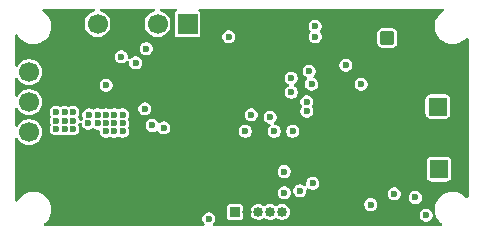
<source format=gbr>
%TF.GenerationSoftware,KiCad,Pcbnew,9.0.4*%
%TF.CreationDate,2025-10-30T10:47:44-04:00*%
%TF.ProjectId,SERVO-ESC,53455256-4f2d-4455-9343-2e6b69636164,rev?*%
%TF.SameCoordinates,Original*%
%TF.FileFunction,Copper,L2,Inr*%
%TF.FilePolarity,Positive*%
%FSLAX46Y46*%
G04 Gerber Fmt 4.6, Leading zero omitted, Abs format (unit mm)*
G04 Created by KiCad (PCBNEW 9.0.4) date 2025-10-30 10:47:44*
%MOMM*%
%LPD*%
G01*
G04 APERTURE LIST*
G04 Aperture macros list*
%AMRoundRect*
0 Rectangle with rounded corners*
0 $1 Rounding radius*
0 $2 $3 $4 $5 $6 $7 $8 $9 X,Y pos of 4 corners*
0 Add a 4 corners polygon primitive as box body*
4,1,4,$2,$3,$4,$5,$6,$7,$8,$9,$2,$3,0*
0 Add four circle primitives for the rounded corners*
1,1,$1+$1,$2,$3*
1,1,$1+$1,$4,$5*
1,1,$1+$1,$6,$7*
1,1,$1+$1,$8,$9*
0 Add four rect primitives between the rounded corners*
20,1,$1+$1,$2,$3,$4,$5,0*
20,1,$1+$1,$4,$5,$6,$7,0*
20,1,$1+$1,$6,$7,$8,$9,0*
20,1,$1+$1,$8,$9,$2,$3,0*%
G04 Aperture macros list end*
%TA.AperFunction,ComponentPad*%
%ADD10RoundRect,0.250000X0.350000X0.350000X-0.350000X0.350000X-0.350000X-0.350000X0.350000X-0.350000X0*%
%TD*%
%TA.AperFunction,ComponentPad*%
%ADD11C,1.200000*%
%TD*%
%TA.AperFunction,ComponentPad*%
%ADD12RoundRect,0.250000X-0.550000X-0.550000X0.550000X-0.550000X0.550000X0.550000X-0.550000X0.550000X0*%
%TD*%
%TA.AperFunction,ComponentPad*%
%ADD13R,0.850000X0.850000*%
%TD*%
%TA.AperFunction,ComponentPad*%
%ADD14C,0.850000*%
%TD*%
%TA.AperFunction,ComponentPad*%
%ADD15R,1.700000X1.700000*%
%TD*%
%TA.AperFunction,ComponentPad*%
%ADD16C,1.700000*%
%TD*%
%TA.AperFunction,ViaPad*%
%ADD17C,0.600000*%
%TD*%
G04 APERTURE END LIST*
D10*
%TO.N,+7V*%
%TO.C,C4*%
X81522600Y-33600000D03*
D11*
%TO.N,GND*%
X80022600Y-33600000D03*
%TD*%
D12*
%TO.N,HBRIDGE+*%
%TO.C,J6*%
X85900000Y-44700000D03*
%TD*%
%TO.N,HBRIDGE-*%
%TO.C,J5*%
X85800000Y-39400000D03*
%TD*%
D13*
%TO.N,+3.3V*%
%TO.C,MAG*%
X68600000Y-48310000D03*
D14*
%TO.N,GND*%
X69600000Y-48310000D03*
%TO.N,MAG-SCLK*%
X70600000Y-48310000D03*
%TO.N,MAG-MISO*%
X71600000Y-48310000D03*
%TO.N,MAG-MOSI*%
X72600000Y-48310000D03*
%TD*%
D15*
%TO.N,GND*%
%TO.C,J1*%
X51200000Y-44110000D03*
D16*
%TO.N,I2C-SCL-2*%
X51200000Y-41570000D03*
%TO.N,I2C-SDA-2*%
X51200000Y-39030000D03*
%TO.N,+SV*%
X51200000Y-36490000D03*
%TD*%
D15*
%TO.N,SWCLK*%
%TO.C,J2*%
X64600000Y-32400000D03*
D16*
%TO.N,SWDIO*%
X62060000Y-32400000D03*
%TO.N,GND*%
X59520000Y-32400000D03*
%TO.N,3.3V*%
X56980000Y-32400000D03*
%TD*%
D17*
%TO.N,GND*%
X56400000Y-48600000D03*
X55700000Y-48600000D03*
X55000000Y-48600000D03*
X54300000Y-48600000D03*
X53600000Y-48600000D03*
X56400000Y-47900000D03*
X56400000Y-47200000D03*
X56400000Y-46500000D03*
X55700000Y-47900000D03*
X55000000Y-47900000D03*
X54300000Y-47900000D03*
X53600000Y-47900000D03*
X55700000Y-47200000D03*
X55000000Y-47200000D03*
X54300000Y-47200000D03*
X53600000Y-47200000D03*
X55700000Y-46500000D03*
X55000000Y-46500000D03*
X54300000Y-46500000D03*
X53600000Y-46500000D03*
X78100000Y-33900000D03*
X77500000Y-33900000D03*
X76800000Y-33900000D03*
X78100000Y-33200000D03*
X77500000Y-33200000D03*
X76800000Y-33200000D03*
X78200000Y-32500000D03*
X77500000Y-32500000D03*
X76800000Y-32500000D03*
X78200000Y-31800000D03*
X77500000Y-31800000D03*
X76800000Y-31800000D03*
%TO.N,+3.3V*%
X68100000Y-33500000D03*
%TO.N,TMP102-INT*%
X70000000Y-40100000D03*
X61600000Y-41000000D03*
X61000000Y-39600000D03*
%TO.N,HBRIDGE-FAULT*%
X74124265Y-46524265D03*
%TO.N,HBRIDGE-VREF*%
X72800000Y-46700000D03*
%TO.N,HBRIDGE-IPROPI*%
X72800000Y-44900000D03*
%TO.N,MAG-MISO*%
X71950000Y-41501000D03*
%TO.N,MAG-MOSI*%
X73500000Y-41501000D03*
%TO.N,MAG-SCLK*%
X71600000Y-40300000D03*
%TO.N,+3.3V*%
X75200000Y-45900000D03*
X78000000Y-35900000D03*
X62600000Y-41200000D03*
%TO.N,RGB-LED-RED*%
X69500000Y-41500000D03*
%TO.N,+3.3V*%
X61100000Y-34500000D03*
%TO.N,I2C-SCL-1*%
X73400000Y-38200000D03*
%TO.N,I2C-SDA-1*%
X73400000Y-37000000D03*
%TO.N,I2C-SCL-1*%
X57700000Y-37600000D03*
%TO.N,RGB-LED-RED*%
X66400000Y-48900000D03*
%TO.N,SWCLK*%
X74900000Y-36400000D03*
%TO.N,SWDIO*%
X75100000Y-37500000D03*
%TO.N,I2C-SCL-2*%
X74700000Y-39800003D03*
%TO.N,I2C-SDA-2*%
X74700000Y-39000000D03*
%TO.N,+3.3V*%
X84800000Y-48600000D03*
%TO.N,HBRIDGE-VREF*%
X82100000Y-46800000D03*
%TO.N,HBRIDGE-IPROPI*%
X83900000Y-47100000D03*
%TO.N,+3.3V*%
X75400000Y-33500000D03*
X75400000Y-32600000D03*
X79300000Y-37500000D03*
%TO.N,HBRIDGE-FAULT*%
X80100000Y-47700000D03*
%TO.N,+3.3V*%
X57700000Y-41500000D03*
X59100000Y-41500000D03*
X58400000Y-41500000D03*
X59100000Y-40800000D03*
X58400000Y-40800000D03*
X57700000Y-40800000D03*
X57000000Y-40800000D03*
X56200000Y-40800000D03*
X59100000Y-40100000D03*
X58400000Y-40100000D03*
X57700000Y-40100000D03*
X57000000Y-40100000D03*
X56250000Y-40100000D03*
%TO.N,GND*%
X58100000Y-39200000D03*
%TO.N,+7V*%
X54900000Y-41300000D03*
X54200000Y-41300000D03*
X53500000Y-41300000D03*
X54900000Y-40600000D03*
X54200000Y-40600000D03*
X53500000Y-40600000D03*
X54900000Y-39900000D03*
X54200000Y-39900000D03*
X53500000Y-39900000D03*
%TO.N,GND*%
X57500000Y-36700000D03*
%TO.N,I2C-SDA-1*%
X60200000Y-35700000D03*
%TO.N,INA236-INT*%
X59000000Y-35200000D03*
%TD*%
%TA.AperFunction,Conductor*%
%TO.N,GND*%
G36*
X56702292Y-31120185D02*
G01*
X56748047Y-31172989D01*
X56757991Y-31242147D01*
X56728966Y-31305703D01*
X56673571Y-31342430D01*
X56590572Y-31369399D01*
X56557552Y-31380128D01*
X56403211Y-31458768D01*
X56323256Y-31516859D01*
X56263072Y-31560586D01*
X56263070Y-31560588D01*
X56263069Y-31560588D01*
X56140588Y-31683069D01*
X56140588Y-31683070D01*
X56140586Y-31683072D01*
X56096859Y-31743256D01*
X56038768Y-31823211D01*
X55960128Y-31977552D01*
X55906597Y-32142302D01*
X55887641Y-32261988D01*
X55879500Y-32313389D01*
X55879500Y-32486611D01*
X55906598Y-32657701D01*
X55960127Y-32822445D01*
X56038768Y-32976788D01*
X56140586Y-33116928D01*
X56263072Y-33239414D01*
X56403212Y-33341232D01*
X56557555Y-33419873D01*
X56722299Y-33473402D01*
X56893389Y-33500500D01*
X56893390Y-33500500D01*
X57066610Y-33500500D01*
X57066611Y-33500500D01*
X57237701Y-33473402D01*
X57402445Y-33419873D01*
X57556788Y-33341232D01*
X57696928Y-33239414D01*
X57819414Y-33116928D01*
X57921232Y-32976788D01*
X57999873Y-32822445D01*
X58053402Y-32657701D01*
X58080500Y-32486611D01*
X58080500Y-32313389D01*
X58053402Y-32142299D01*
X57999873Y-31977555D01*
X57921232Y-31823212D01*
X57819414Y-31683072D01*
X57696928Y-31560586D01*
X57556788Y-31458768D01*
X57402445Y-31380127D01*
X57286428Y-31342430D01*
X57228753Y-31302993D01*
X57201555Y-31238635D01*
X57213470Y-31169788D01*
X57260714Y-31118313D01*
X57324747Y-31100500D01*
X61715253Y-31100500D01*
X61782292Y-31120185D01*
X61828047Y-31172989D01*
X61837991Y-31242147D01*
X61808966Y-31305703D01*
X61753571Y-31342430D01*
X61670572Y-31369399D01*
X61637552Y-31380128D01*
X61483211Y-31458768D01*
X61403256Y-31516859D01*
X61343072Y-31560586D01*
X61343070Y-31560588D01*
X61343069Y-31560588D01*
X61220588Y-31683069D01*
X61220588Y-31683070D01*
X61220586Y-31683072D01*
X61176859Y-31743256D01*
X61118768Y-31823211D01*
X61040128Y-31977552D01*
X60986597Y-32142302D01*
X60967641Y-32261988D01*
X60959500Y-32313389D01*
X60959500Y-32486611D01*
X60986598Y-32657701D01*
X61040127Y-32822445D01*
X61118768Y-32976788D01*
X61220586Y-33116928D01*
X61343072Y-33239414D01*
X61483212Y-33341232D01*
X61637555Y-33419873D01*
X61802299Y-33473402D01*
X61973389Y-33500500D01*
X61973390Y-33500500D01*
X62146610Y-33500500D01*
X62146611Y-33500500D01*
X62317701Y-33473402D01*
X62482445Y-33419873D01*
X62636788Y-33341232D01*
X62776928Y-33239414D01*
X62899414Y-33116928D01*
X63001232Y-32976788D01*
X63079873Y-32822445D01*
X63133402Y-32657701D01*
X63160500Y-32486611D01*
X63160500Y-32313389D01*
X63133402Y-32142299D01*
X63079873Y-31977555D01*
X63001232Y-31823212D01*
X62899414Y-31683072D01*
X62776928Y-31560586D01*
X62636788Y-31458768D01*
X62482445Y-31380127D01*
X62366428Y-31342430D01*
X62308753Y-31302993D01*
X62281555Y-31238635D01*
X62293470Y-31169788D01*
X62340714Y-31118313D01*
X62404747Y-31100500D01*
X63563063Y-31100500D01*
X63630102Y-31120185D01*
X63675857Y-31172989D01*
X63685801Y-31242147D01*
X63656776Y-31305703D01*
X63631955Y-31327600D01*
X63569399Y-31369399D01*
X63514033Y-31452260D01*
X63514032Y-31452264D01*
X63499500Y-31525321D01*
X63499500Y-33274678D01*
X63514032Y-33347735D01*
X63514033Y-33347739D01*
X63514034Y-33347740D01*
X63569399Y-33430601D01*
X63652260Y-33485966D01*
X63652264Y-33485967D01*
X63725321Y-33500499D01*
X63725324Y-33500500D01*
X63725326Y-33500500D01*
X65474676Y-33500500D01*
X65474677Y-33500499D01*
X65547740Y-33485966D01*
X65630601Y-33430601D01*
X65632656Y-33427525D01*
X67549500Y-33427525D01*
X67549500Y-33572475D01*
X67587016Y-33712485D01*
X67587017Y-33712488D01*
X67659488Y-33838011D01*
X67659490Y-33838013D01*
X67659491Y-33838015D01*
X67761985Y-33940509D01*
X67761986Y-33940510D01*
X67761988Y-33940511D01*
X67887511Y-34012982D01*
X67887512Y-34012982D01*
X67887515Y-34012984D01*
X68027525Y-34050500D01*
X68027528Y-34050500D01*
X68172472Y-34050500D01*
X68172475Y-34050500D01*
X68312485Y-34012984D01*
X68438015Y-33940509D01*
X68540509Y-33838015D01*
X68612984Y-33712485D01*
X68650500Y-33572475D01*
X68650500Y-33427525D01*
X68612984Y-33287515D01*
X68605571Y-33274676D01*
X68540511Y-33161988D01*
X68540506Y-33161982D01*
X68438017Y-33059493D01*
X68438011Y-33059488D01*
X68312488Y-32987017D01*
X68312489Y-32987017D01*
X68301006Y-32983940D01*
X68172475Y-32949500D01*
X68027525Y-32949500D01*
X67898993Y-32983940D01*
X67887511Y-32987017D01*
X67761988Y-33059488D01*
X67761982Y-33059493D01*
X67659493Y-33161982D01*
X67659488Y-33161988D01*
X67587017Y-33287511D01*
X67587016Y-33287515D01*
X67549500Y-33427525D01*
X65632656Y-33427525D01*
X65685966Y-33347740D01*
X65700500Y-33274674D01*
X65700500Y-32527525D01*
X74849500Y-32527525D01*
X74849500Y-32672475D01*
X74885333Y-32806204D01*
X74887017Y-32812488D01*
X74959488Y-32938011D01*
X74959489Y-32938012D01*
X74959491Y-32938015D01*
X74972844Y-32951368D01*
X74983796Y-32962320D01*
X75017280Y-33023644D01*
X75012294Y-33093335D01*
X74983796Y-33137680D01*
X74959488Y-33161988D01*
X74887017Y-33287511D01*
X74887016Y-33287515D01*
X74849500Y-33427525D01*
X74849500Y-33572475D01*
X74887016Y-33712485D01*
X74887017Y-33712488D01*
X74959488Y-33838011D01*
X74959490Y-33838013D01*
X74959491Y-33838015D01*
X75061985Y-33940509D01*
X75061986Y-33940510D01*
X75061988Y-33940511D01*
X75187511Y-34012982D01*
X75187512Y-34012982D01*
X75187515Y-34012984D01*
X75327525Y-34050500D01*
X75327528Y-34050500D01*
X75472472Y-34050500D01*
X75472475Y-34050500D01*
X75612485Y-34012984D01*
X75738015Y-33940509D01*
X75840509Y-33838015D01*
X75912984Y-33712485D01*
X75950500Y-33572475D01*
X75950500Y-33427525D01*
X75912984Y-33287515D01*
X75905571Y-33274676D01*
X75899825Y-33264723D01*
X75899824Y-33264722D01*
X75863690Y-33202135D01*
X80672100Y-33202135D01*
X80672100Y-33997870D01*
X80672101Y-33997876D01*
X80678508Y-34057483D01*
X80728802Y-34192328D01*
X80728806Y-34192335D01*
X80815052Y-34307544D01*
X80815055Y-34307547D01*
X80930264Y-34393793D01*
X80930271Y-34393797D01*
X81065117Y-34444091D01*
X81065116Y-34444091D01*
X81072044Y-34444835D01*
X81124727Y-34450500D01*
X81920472Y-34450499D01*
X81980083Y-34444091D01*
X82114931Y-34393796D01*
X82230146Y-34307546D01*
X82316396Y-34192331D01*
X82366691Y-34057483D01*
X82373100Y-33997873D01*
X82373099Y-33202128D01*
X82366691Y-33142517D01*
X82357147Y-33116929D01*
X82316397Y-33007671D01*
X82316393Y-33007664D01*
X82230147Y-32892455D01*
X82230144Y-32892452D01*
X82114935Y-32806206D01*
X82114928Y-32806202D01*
X81980082Y-32755908D01*
X81980083Y-32755908D01*
X81920483Y-32749501D01*
X81920481Y-32749500D01*
X81920473Y-32749500D01*
X81920464Y-32749500D01*
X81124729Y-32749500D01*
X81124723Y-32749501D01*
X81065116Y-32755908D01*
X80930271Y-32806202D01*
X80930264Y-32806206D01*
X80815055Y-32892452D01*
X80815052Y-32892455D01*
X80728806Y-33007664D01*
X80728802Y-33007671D01*
X80678508Y-33142517D01*
X80674909Y-33175996D01*
X80672101Y-33202123D01*
X80672100Y-33202135D01*
X75863690Y-33202135D01*
X75840509Y-33161985D01*
X75807904Y-33129380D01*
X75801308Y-33119668D01*
X75794064Y-33097133D01*
X75782720Y-33076358D01*
X75783569Y-33064484D01*
X75779926Y-33053151D01*
X75786015Y-33030277D01*
X75787704Y-33006666D01*
X75795552Y-32994453D01*
X75797901Y-32985633D01*
X75805924Y-32978315D01*
X75816205Y-32962319D01*
X75827156Y-32951368D01*
X75840509Y-32938015D01*
X75912984Y-32812485D01*
X75950500Y-32672475D01*
X75950500Y-32527525D01*
X75912984Y-32387515D01*
X75840509Y-32261985D01*
X75738015Y-32159491D01*
X75738013Y-32159490D01*
X75738011Y-32159488D01*
X75612488Y-32087017D01*
X75612489Y-32087017D01*
X75601006Y-32083940D01*
X75472475Y-32049500D01*
X75327525Y-32049500D01*
X75198993Y-32083940D01*
X75187511Y-32087017D01*
X75061988Y-32159488D01*
X75061982Y-32159493D01*
X74959493Y-32261982D01*
X74959488Y-32261988D01*
X74887017Y-32387511D01*
X74887016Y-32387515D01*
X74849500Y-32527525D01*
X65700500Y-32527525D01*
X65700500Y-31525326D01*
X65700500Y-31525323D01*
X65700499Y-31525321D01*
X65685967Y-31452264D01*
X65685966Y-31452260D01*
X65630601Y-31369399D01*
X65568045Y-31327601D01*
X65523241Y-31273991D01*
X65514534Y-31204666D01*
X65544688Y-31141638D01*
X65604131Y-31104918D01*
X65636937Y-31100500D01*
X86179449Y-31100500D01*
X86246488Y-31120185D01*
X86292243Y-31172989D01*
X86302187Y-31242147D01*
X86273162Y-31305703D01*
X86252337Y-31324815D01*
X86072490Y-31455483D01*
X86072488Y-31455485D01*
X86072487Y-31455485D01*
X85905485Y-31622487D01*
X85905485Y-31622488D01*
X85905483Y-31622490D01*
X85845862Y-31704550D01*
X85766657Y-31813566D01*
X85659433Y-32024003D01*
X85586446Y-32248631D01*
X85549500Y-32481902D01*
X85549500Y-32718097D01*
X85586446Y-32951368D01*
X85659433Y-33175996D01*
X85734985Y-33324273D01*
X85766657Y-33386433D01*
X85905483Y-33577510D01*
X86072490Y-33744517D01*
X86263567Y-33883343D01*
X86362991Y-33934002D01*
X86474003Y-33990566D01*
X86474005Y-33990566D01*
X86474008Y-33990568D01*
X86594412Y-34029689D01*
X86698631Y-34063553D01*
X86931903Y-34100500D01*
X86931908Y-34100500D01*
X87168097Y-34100500D01*
X87401368Y-34063553D01*
X87413863Y-34059493D01*
X87625992Y-33990568D01*
X87836433Y-33883343D01*
X88027510Y-33744517D01*
X88187819Y-33584208D01*
X88249142Y-33550723D01*
X88318834Y-33555707D01*
X88374767Y-33597579D01*
X88399184Y-33663043D01*
X88399500Y-33671889D01*
X88399500Y-47028111D01*
X88379815Y-47095150D01*
X88327011Y-47140905D01*
X88257853Y-47150849D01*
X88194297Y-47121824D01*
X88187819Y-47115792D01*
X88027512Y-46955485D01*
X88027510Y-46955483D01*
X87836433Y-46816657D01*
X87625996Y-46709433D01*
X87401368Y-46636446D01*
X87168097Y-46599500D01*
X87168092Y-46599500D01*
X86931908Y-46599500D01*
X86931903Y-46599500D01*
X86698631Y-46636446D01*
X86474003Y-46709433D01*
X86263566Y-46816657D01*
X86186744Y-46872472D01*
X86072490Y-46955483D01*
X86072488Y-46955485D01*
X86072487Y-46955485D01*
X85905485Y-47122487D01*
X85905485Y-47122488D01*
X85905483Y-47122490D01*
X85892390Y-47140511D01*
X85766657Y-47313566D01*
X85659433Y-47524003D01*
X85586446Y-47748631D01*
X85549500Y-47981902D01*
X85549500Y-48218097D01*
X85585874Y-48447759D01*
X85585877Y-48447771D01*
X85586447Y-48451368D01*
X85588696Y-48458292D01*
X85588700Y-48458304D01*
X85659433Y-48675996D01*
X85763669Y-48880568D01*
X85766657Y-48886433D01*
X85905483Y-49077510D01*
X86072490Y-49244517D01*
X86114697Y-49275182D01*
X86157362Y-49330513D01*
X86163341Y-49400126D01*
X86130735Y-49461921D01*
X86069896Y-49496278D01*
X86041811Y-49499500D01*
X66878386Y-49499500D01*
X66811347Y-49479815D01*
X66765592Y-49427011D01*
X66755648Y-49357853D01*
X66784673Y-49294297D01*
X66790705Y-49287819D01*
X66803342Y-49275182D01*
X66840509Y-49238015D01*
X66912984Y-49112485D01*
X66950500Y-48972475D01*
X66950500Y-48827525D01*
X66912984Y-48687515D01*
X66906333Y-48675996D01*
X66840511Y-48561988D01*
X66840506Y-48561982D01*
X66738017Y-48459493D01*
X66738011Y-48459488D01*
X66612488Y-48387017D01*
X66612489Y-48387017D01*
X66573362Y-48376533D01*
X66472475Y-48349500D01*
X66327525Y-48349500D01*
X66226638Y-48376533D01*
X66187511Y-48387017D01*
X66061988Y-48459488D01*
X66061982Y-48459493D01*
X65959493Y-48561982D01*
X65959488Y-48561988D01*
X65887017Y-48687511D01*
X65887016Y-48687515D01*
X65849500Y-48827525D01*
X65849500Y-48972475D01*
X65877645Y-49077511D01*
X65887017Y-49112488D01*
X65959488Y-49238011D01*
X65959493Y-49238017D01*
X66009295Y-49287819D01*
X66042780Y-49349142D01*
X66037796Y-49418834D01*
X65995924Y-49474767D01*
X65930460Y-49499184D01*
X65921614Y-49499500D01*
X52558189Y-49499500D01*
X52491150Y-49479815D01*
X52445395Y-49427011D01*
X52435451Y-49357853D01*
X52464476Y-49294297D01*
X52485303Y-49275182D01*
X52527510Y-49244517D01*
X52694517Y-49077510D01*
X52833343Y-48886433D01*
X52940568Y-48675992D01*
X53013553Y-48451368D01*
X53025406Y-48376531D01*
X53050500Y-48218097D01*
X53050500Y-47981903D01*
X53034264Y-47879398D01*
X53031243Y-47860321D01*
X67924500Y-47860321D01*
X67924500Y-48759678D01*
X67939032Y-48832735D01*
X67939033Y-48832739D01*
X67940338Y-48834692D01*
X67994399Y-48915601D01*
X68060161Y-48959541D01*
X68077260Y-48970966D01*
X68077264Y-48970967D01*
X68150321Y-48985499D01*
X68150324Y-48985500D01*
X68150326Y-48985500D01*
X69049676Y-48985500D01*
X69049677Y-48985499D01*
X69122740Y-48970966D01*
X69205601Y-48915601D01*
X69260966Y-48832740D01*
X69275500Y-48759674D01*
X69275500Y-48376533D01*
X69924499Y-48376533D01*
X69950458Y-48507030D01*
X69950461Y-48507040D01*
X70001376Y-48629961D01*
X70001386Y-48629979D01*
X70075301Y-48740601D01*
X70075307Y-48740609D01*
X70169390Y-48834692D01*
X70169398Y-48834698D01*
X70280020Y-48908613D01*
X70280023Y-48908614D01*
X70280031Y-48908620D01*
X70280037Y-48908622D01*
X70280038Y-48908623D01*
X70351002Y-48938017D01*
X70402964Y-48959540D01*
X70402968Y-48959540D01*
X70402969Y-48959541D01*
X70533466Y-48985500D01*
X70533469Y-48985500D01*
X70666533Y-48985500D01*
X70754325Y-48968035D01*
X70797036Y-48959540D01*
X70919969Y-48908620D01*
X70961952Y-48880568D01*
X71031110Y-48834359D01*
X71097787Y-48813481D01*
X71165167Y-48831966D01*
X71168890Y-48834359D01*
X71280020Y-48908613D01*
X71280023Y-48908614D01*
X71280031Y-48908620D01*
X71280037Y-48908622D01*
X71280038Y-48908623D01*
X71351002Y-48938017D01*
X71402964Y-48959540D01*
X71402968Y-48959540D01*
X71402969Y-48959541D01*
X71533466Y-48985500D01*
X71533469Y-48985500D01*
X71666533Y-48985500D01*
X71754325Y-48968035D01*
X71797036Y-48959540D01*
X71919969Y-48908620D01*
X71961952Y-48880568D01*
X72031110Y-48834359D01*
X72097787Y-48813481D01*
X72165167Y-48831966D01*
X72168890Y-48834359D01*
X72280020Y-48908613D01*
X72280023Y-48908614D01*
X72280031Y-48908620D01*
X72280037Y-48908622D01*
X72280038Y-48908623D01*
X72351002Y-48938017D01*
X72402964Y-48959540D01*
X72402968Y-48959540D01*
X72402969Y-48959541D01*
X72533466Y-48985500D01*
X72533469Y-48985500D01*
X72666533Y-48985500D01*
X72754325Y-48968035D01*
X72797036Y-48959540D01*
X72919969Y-48908620D01*
X73030606Y-48834695D01*
X73124695Y-48740606D01*
X73198620Y-48629969D01*
X73241053Y-48527525D01*
X84249500Y-48527525D01*
X84249500Y-48672475D01*
X84287016Y-48812485D01*
X84287017Y-48812488D01*
X84359488Y-48938011D01*
X84359490Y-48938013D01*
X84359491Y-48938015D01*
X84461985Y-49040509D01*
X84461986Y-49040510D01*
X84461988Y-49040511D01*
X84587511Y-49112982D01*
X84587512Y-49112982D01*
X84587515Y-49112984D01*
X84727525Y-49150500D01*
X84727528Y-49150500D01*
X84872472Y-49150500D01*
X84872475Y-49150500D01*
X85012485Y-49112984D01*
X85138015Y-49040509D01*
X85240509Y-48938015D01*
X85312984Y-48812485D01*
X85350500Y-48672475D01*
X85350500Y-48527525D01*
X85312984Y-48387515D01*
X85312696Y-48387017D01*
X85240511Y-48261988D01*
X85240506Y-48261982D01*
X85138017Y-48159493D01*
X85138011Y-48159488D01*
X85012488Y-48087017D01*
X85012489Y-48087017D01*
X85001006Y-48083940D01*
X84872475Y-48049500D01*
X84727525Y-48049500D01*
X84598993Y-48083940D01*
X84587511Y-48087017D01*
X84461988Y-48159488D01*
X84461982Y-48159493D01*
X84359493Y-48261982D01*
X84359488Y-48261988D01*
X84287017Y-48387511D01*
X84287016Y-48387515D01*
X84249500Y-48527525D01*
X73241053Y-48527525D01*
X73249540Y-48507036D01*
X73259234Y-48458304D01*
X73275500Y-48376533D01*
X73275500Y-48243466D01*
X73249541Y-48112969D01*
X73249540Y-48112968D01*
X73249540Y-48112964D01*
X73218496Y-48038017D01*
X73198623Y-47990038D01*
X73198622Y-47990037D01*
X73198620Y-47990031D01*
X73193192Y-47981908D01*
X73124698Y-47879398D01*
X73124692Y-47879390D01*
X73030608Y-47785306D01*
X72975719Y-47748631D01*
X72919969Y-47711380D01*
X72919965Y-47711378D01*
X72919961Y-47711376D01*
X72797040Y-47660461D01*
X72797030Y-47660458D01*
X72666533Y-47634500D01*
X72666531Y-47634500D01*
X72533469Y-47634500D01*
X72533467Y-47634500D01*
X72402969Y-47660458D01*
X72402959Y-47660461D01*
X72280038Y-47711376D01*
X72280027Y-47711382D01*
X72168890Y-47785641D01*
X72102212Y-47806518D01*
X72034832Y-47788033D01*
X72031110Y-47785641D01*
X71919972Y-47711382D01*
X71919971Y-47711381D01*
X71919969Y-47711380D01*
X71919966Y-47711378D01*
X71919961Y-47711376D01*
X71797040Y-47660461D01*
X71797030Y-47660458D01*
X71666533Y-47634500D01*
X71666531Y-47634500D01*
X71533469Y-47634500D01*
X71533467Y-47634500D01*
X71402969Y-47660458D01*
X71402959Y-47660461D01*
X71280038Y-47711376D01*
X71280027Y-47711382D01*
X71168890Y-47785641D01*
X71102212Y-47806518D01*
X71034832Y-47788033D01*
X71031110Y-47785641D01*
X70919972Y-47711382D01*
X70919971Y-47711381D01*
X70919969Y-47711380D01*
X70919966Y-47711378D01*
X70919961Y-47711376D01*
X70797040Y-47660461D01*
X70797030Y-47660458D01*
X70666533Y-47634500D01*
X70666531Y-47634500D01*
X70533469Y-47634500D01*
X70533467Y-47634500D01*
X70402969Y-47660458D01*
X70402959Y-47660461D01*
X70280038Y-47711376D01*
X70280020Y-47711386D01*
X70169398Y-47785301D01*
X70169390Y-47785307D01*
X70075307Y-47879390D01*
X70075301Y-47879398D01*
X70001386Y-47990020D01*
X70001376Y-47990038D01*
X69950461Y-48112959D01*
X69950458Y-48112969D01*
X69924500Y-48243466D01*
X69924500Y-48243469D01*
X69924500Y-48376531D01*
X69924500Y-48376533D01*
X69924499Y-48376533D01*
X69275500Y-48376533D01*
X69275500Y-47860326D01*
X69275500Y-47860323D01*
X69275499Y-47860321D01*
X69260967Y-47787264D01*
X69260966Y-47787260D01*
X69235155Y-47748631D01*
X69205601Y-47704399D01*
X69139838Y-47660458D01*
X69122739Y-47649033D01*
X69122735Y-47649032D01*
X69049677Y-47634500D01*
X69049674Y-47634500D01*
X68150326Y-47634500D01*
X68150323Y-47634500D01*
X68077264Y-47649032D01*
X68077260Y-47649033D01*
X67994399Y-47704399D01*
X67939033Y-47787260D01*
X67939032Y-47787264D01*
X67924500Y-47860321D01*
X53031243Y-47860321D01*
X53013553Y-47748632D01*
X52974203Y-47627525D01*
X79549500Y-47627525D01*
X79549500Y-47772475D01*
X79586042Y-47908850D01*
X79587017Y-47912488D01*
X79659488Y-48038011D01*
X79659490Y-48038013D01*
X79659491Y-48038015D01*
X79761985Y-48140509D01*
X79761986Y-48140510D01*
X79761988Y-48140511D01*
X79887511Y-48212982D01*
X79887512Y-48212982D01*
X79887515Y-48212984D01*
X80027525Y-48250500D01*
X80027528Y-48250500D01*
X80172472Y-48250500D01*
X80172475Y-48250500D01*
X80312485Y-48212984D01*
X80438015Y-48140509D01*
X80540509Y-48038015D01*
X80612984Y-47912485D01*
X80650500Y-47772475D01*
X80650500Y-47627525D01*
X80612984Y-47487515D01*
X80584406Y-47438017D01*
X80540511Y-47361988D01*
X80540506Y-47361982D01*
X80438017Y-47259493D01*
X80438011Y-47259488D01*
X80312488Y-47187017D01*
X80312489Y-47187017D01*
X80301006Y-47183940D01*
X80172475Y-47149500D01*
X80027525Y-47149500D01*
X79898993Y-47183940D01*
X79887511Y-47187017D01*
X79761988Y-47259488D01*
X79761982Y-47259493D01*
X79659493Y-47361982D01*
X79659488Y-47361988D01*
X79587017Y-47487511D01*
X79587016Y-47487515D01*
X79549500Y-47627525D01*
X52974203Y-47627525D01*
X52940568Y-47524008D01*
X52940566Y-47524005D01*
X52940566Y-47524003D01*
X52865015Y-47375727D01*
X52833343Y-47313567D01*
X52694517Y-47122490D01*
X52527510Y-46955483D01*
X52336433Y-46816657D01*
X52229139Y-46761988D01*
X52166130Y-46729883D01*
X52166128Y-46729881D01*
X52125999Y-46709434D01*
X51901368Y-46636446D01*
X51845042Y-46627525D01*
X72249500Y-46627525D01*
X72249500Y-46772475D01*
X72287016Y-46912485D01*
X72287017Y-46912488D01*
X72359488Y-47038011D01*
X72359490Y-47038013D01*
X72359491Y-47038015D01*
X72461985Y-47140509D01*
X72461986Y-47140510D01*
X72461988Y-47140511D01*
X72587511Y-47212982D01*
X72587512Y-47212982D01*
X72587515Y-47212984D01*
X72727525Y-47250500D01*
X72727528Y-47250500D01*
X72872472Y-47250500D01*
X72872475Y-47250500D01*
X73012485Y-47212984D01*
X73138015Y-47140509D01*
X73240509Y-47038015D01*
X73312984Y-46912485D01*
X73350500Y-46772475D01*
X73350500Y-46627525D01*
X73312984Y-46487515D01*
X73298244Y-46461985D01*
X73292358Y-46451790D01*
X73573765Y-46451790D01*
X73573765Y-46596740D01*
X73609441Y-46729883D01*
X73611282Y-46736753D01*
X73683753Y-46862276D01*
X73683755Y-46862278D01*
X73683756Y-46862280D01*
X73786250Y-46964774D01*
X73786251Y-46964775D01*
X73786253Y-46964776D01*
X73911776Y-47037247D01*
X73911777Y-47037247D01*
X73911780Y-47037249D01*
X74051790Y-47074765D01*
X74051793Y-47074765D01*
X74196737Y-47074765D01*
X74196740Y-47074765D01*
X74336750Y-47037249D01*
X74462280Y-46964774D01*
X74564774Y-46862280D01*
X74637249Y-46736750D01*
X74639721Y-46727525D01*
X81549500Y-46727525D01*
X81549500Y-46872475D01*
X81587016Y-47012485D01*
X81587017Y-47012488D01*
X81659488Y-47138011D01*
X81659490Y-47138013D01*
X81659491Y-47138015D01*
X81761985Y-47240509D01*
X81761986Y-47240510D01*
X81761988Y-47240511D01*
X81887511Y-47312982D01*
X81887512Y-47312982D01*
X81887515Y-47312984D01*
X82027525Y-47350500D01*
X82027528Y-47350500D01*
X82172472Y-47350500D01*
X82172475Y-47350500D01*
X82312485Y-47312984D01*
X82438015Y-47240509D01*
X82540509Y-47138015D01*
X82604301Y-47027525D01*
X83349500Y-47027525D01*
X83349500Y-47172475D01*
X83372817Y-47259493D01*
X83387017Y-47312488D01*
X83459488Y-47438011D01*
X83459490Y-47438013D01*
X83459491Y-47438015D01*
X83561985Y-47540509D01*
X83561986Y-47540510D01*
X83561988Y-47540511D01*
X83687511Y-47612982D01*
X83687512Y-47612982D01*
X83687515Y-47612984D01*
X83827525Y-47650500D01*
X83827528Y-47650500D01*
X83972472Y-47650500D01*
X83972475Y-47650500D01*
X84112485Y-47612984D01*
X84238015Y-47540509D01*
X84340509Y-47438015D01*
X84412984Y-47312485D01*
X84450500Y-47172475D01*
X84450500Y-47027525D01*
X84412984Y-46887515D01*
X84398412Y-46862276D01*
X84340511Y-46761988D01*
X84340506Y-46761982D01*
X84238017Y-46659493D01*
X84238011Y-46659488D01*
X84112488Y-46587017D01*
X84112489Y-46587017D01*
X84101006Y-46583940D01*
X83972475Y-46549500D01*
X83827525Y-46549500D01*
X83698993Y-46583940D01*
X83687511Y-46587017D01*
X83561988Y-46659488D01*
X83561982Y-46659493D01*
X83459493Y-46761982D01*
X83459488Y-46761988D01*
X83387017Y-46887511D01*
X83387016Y-46887515D01*
X83349500Y-47027525D01*
X82604301Y-47027525D01*
X82612984Y-47012485D01*
X82650500Y-46872475D01*
X82650500Y-46727525D01*
X82612984Y-46587515D01*
X82612696Y-46587017D01*
X82540511Y-46461988D01*
X82540506Y-46461982D01*
X82438017Y-46359493D01*
X82438011Y-46359488D01*
X82312488Y-46287017D01*
X82312489Y-46287017D01*
X82301006Y-46283940D01*
X82172475Y-46249500D01*
X82027525Y-46249500D01*
X81898993Y-46283940D01*
X81887511Y-46287017D01*
X81761988Y-46359488D01*
X81761982Y-46359493D01*
X81659493Y-46461982D01*
X81659488Y-46461988D01*
X81587017Y-46587511D01*
X81587016Y-46587515D01*
X81549500Y-46727525D01*
X74639721Y-46727525D01*
X74643463Y-46713559D01*
X74650499Y-46687303D01*
X74664125Y-46636447D01*
X74674765Y-46596740D01*
X74674765Y-46451790D01*
X74674765Y-46447191D01*
X74694450Y-46380152D01*
X74747254Y-46334397D01*
X74816412Y-46324453D01*
X74860766Y-46339804D01*
X74861982Y-46340506D01*
X74861985Y-46340509D01*
X74987515Y-46412984D01*
X75127525Y-46450500D01*
X75127528Y-46450500D01*
X75272472Y-46450500D01*
X75272475Y-46450500D01*
X75412485Y-46412984D01*
X75538015Y-46340509D01*
X75640509Y-46238015D01*
X75712984Y-46112485D01*
X75750500Y-45972475D01*
X75750500Y-45827525D01*
X75712984Y-45687515D01*
X75666814Y-45607547D01*
X75640511Y-45561988D01*
X75640506Y-45561982D01*
X75538017Y-45459493D01*
X75538011Y-45459488D01*
X75412488Y-45387017D01*
X75412489Y-45387017D01*
X75401006Y-45383940D01*
X75272475Y-45349500D01*
X75127525Y-45349500D01*
X74998993Y-45383940D01*
X74987511Y-45387017D01*
X74861988Y-45459488D01*
X74861982Y-45459493D01*
X74759493Y-45561982D01*
X74759488Y-45561988D01*
X74687017Y-45687511D01*
X74687016Y-45687515D01*
X74649500Y-45827525D01*
X74649500Y-45827527D01*
X74649500Y-45977073D01*
X74629815Y-46044112D01*
X74577011Y-46089867D01*
X74507853Y-46099811D01*
X74463500Y-46084460D01*
X74336753Y-46011282D01*
X74336754Y-46011282D01*
X74325271Y-46008205D01*
X74196740Y-45973765D01*
X74051790Y-45973765D01*
X73923258Y-46008205D01*
X73911776Y-46011282D01*
X73786253Y-46083753D01*
X73786247Y-46083758D01*
X73683758Y-46186247D01*
X73683753Y-46186253D01*
X73611282Y-46311776D01*
X73611281Y-46311780D01*
X73573765Y-46451790D01*
X73292358Y-46451790D01*
X73240511Y-46361988D01*
X73240506Y-46361982D01*
X73138017Y-46259493D01*
X73138011Y-46259488D01*
X73012488Y-46187017D01*
X73012489Y-46187017D01*
X73001006Y-46183940D01*
X72872475Y-46149500D01*
X72727525Y-46149500D01*
X72598993Y-46183940D01*
X72587511Y-46187017D01*
X72461988Y-46259488D01*
X72461982Y-46259493D01*
X72359493Y-46361982D01*
X72359488Y-46361988D01*
X72287017Y-46487511D01*
X72287016Y-46487515D01*
X72249500Y-46627525D01*
X51845042Y-46627525D01*
X51668097Y-46599500D01*
X51668092Y-46599500D01*
X51431908Y-46599500D01*
X51431903Y-46599500D01*
X51198631Y-46636446D01*
X50974003Y-46709433D01*
X50763566Y-46816657D01*
X50686744Y-46872472D01*
X50572490Y-46955483D01*
X50572488Y-46955485D01*
X50572487Y-46955485D01*
X50405485Y-47122487D01*
X50405485Y-47122488D01*
X50405483Y-47122490D01*
X50392390Y-47140511D01*
X50266655Y-47313568D01*
X50234984Y-47375727D01*
X50187010Y-47426522D01*
X50119189Y-47443317D01*
X50053054Y-47420779D01*
X50009603Y-47366064D01*
X50000500Y-47319431D01*
X50000500Y-44827525D01*
X72249500Y-44827525D01*
X72249500Y-44972475D01*
X72287016Y-45112485D01*
X72287017Y-45112488D01*
X72359488Y-45238011D01*
X72359490Y-45238013D01*
X72359491Y-45238015D01*
X72461985Y-45340509D01*
X72461986Y-45340510D01*
X72461988Y-45340511D01*
X72587511Y-45412982D01*
X72587512Y-45412982D01*
X72587515Y-45412984D01*
X72727525Y-45450500D01*
X72727528Y-45450500D01*
X72872472Y-45450500D01*
X72872475Y-45450500D01*
X73012485Y-45412984D01*
X73138015Y-45340509D01*
X73240509Y-45238015D01*
X73312984Y-45112485D01*
X73350500Y-44972475D01*
X73350500Y-44827525D01*
X73312984Y-44687515D01*
X73240509Y-44561985D01*
X73138015Y-44459491D01*
X73138013Y-44459490D01*
X73138011Y-44459488D01*
X73012488Y-44387017D01*
X73012489Y-44387017D01*
X73001006Y-44383940D01*
X72872475Y-44349500D01*
X72727525Y-44349500D01*
X72598993Y-44383940D01*
X72587511Y-44387017D01*
X72461988Y-44459488D01*
X72461982Y-44459493D01*
X72359493Y-44561982D01*
X72359488Y-44561988D01*
X72287017Y-44687511D01*
X72287016Y-44687515D01*
X72249500Y-44827525D01*
X50000500Y-44827525D01*
X50000500Y-44102135D01*
X84849500Y-44102135D01*
X84849500Y-45297870D01*
X84849501Y-45297876D01*
X84855908Y-45357483D01*
X84906202Y-45492328D01*
X84906206Y-45492335D01*
X84992452Y-45607544D01*
X84992455Y-45607547D01*
X85107664Y-45693793D01*
X85107671Y-45693797D01*
X85242517Y-45744091D01*
X85242516Y-45744091D01*
X85249444Y-45744835D01*
X85302127Y-45750500D01*
X86497872Y-45750499D01*
X86557483Y-45744091D01*
X86692331Y-45693796D01*
X86807546Y-45607546D01*
X86893796Y-45492331D01*
X86944091Y-45357483D01*
X86950500Y-45297873D01*
X86950499Y-44102128D01*
X86944091Y-44042517D01*
X86893796Y-43907669D01*
X86893795Y-43907668D01*
X86893793Y-43907664D01*
X86807547Y-43792455D01*
X86807544Y-43792452D01*
X86692335Y-43706206D01*
X86692328Y-43706202D01*
X86557482Y-43655908D01*
X86557483Y-43655908D01*
X86497883Y-43649501D01*
X86497881Y-43649500D01*
X86497873Y-43649500D01*
X86497864Y-43649500D01*
X85302129Y-43649500D01*
X85302123Y-43649501D01*
X85242516Y-43655908D01*
X85107671Y-43706202D01*
X85107664Y-43706206D01*
X84992455Y-43792452D01*
X84992452Y-43792455D01*
X84906206Y-43907664D01*
X84906202Y-43907671D01*
X84855908Y-44042517D01*
X84849501Y-44102116D01*
X84849501Y-44102123D01*
X84849500Y-44102135D01*
X50000500Y-44102135D01*
X50000500Y-42156405D01*
X50020185Y-42089366D01*
X50072989Y-42043611D01*
X50142147Y-42033667D01*
X50205703Y-42062692D01*
X50234985Y-42100111D01*
X50258766Y-42146786D01*
X50265755Y-42156405D01*
X50360586Y-42286928D01*
X50483072Y-42409414D01*
X50623212Y-42511232D01*
X50777555Y-42589873D01*
X50942299Y-42643402D01*
X51113389Y-42670500D01*
X51113390Y-42670500D01*
X51286610Y-42670500D01*
X51286611Y-42670500D01*
X51457701Y-42643402D01*
X51622445Y-42589873D01*
X51776788Y-42511232D01*
X51916928Y-42409414D01*
X52039414Y-42286928D01*
X52141232Y-42146788D01*
X52219873Y-41992445D01*
X52273402Y-41827701D01*
X52300500Y-41656611D01*
X52300500Y-41483389D01*
X52273402Y-41312299D01*
X52219873Y-41147555D01*
X52141232Y-40993212D01*
X52039414Y-40853072D01*
X51916928Y-40730586D01*
X51776788Y-40628768D01*
X51673161Y-40575968D01*
X51622447Y-40550128D01*
X51622446Y-40550127D01*
X51622445Y-40550127D01*
X51457701Y-40496598D01*
X51457699Y-40496597D01*
X51457698Y-40496597D01*
X51326271Y-40475781D01*
X51286611Y-40469500D01*
X51113389Y-40469500D01*
X51073728Y-40475781D01*
X50942302Y-40496597D01*
X50777552Y-40550128D01*
X50623211Y-40628768D01*
X50543256Y-40686859D01*
X50483072Y-40730586D01*
X50483070Y-40730588D01*
X50483069Y-40730588D01*
X50360588Y-40853069D01*
X50360588Y-40853070D01*
X50360586Y-40853072D01*
X50346490Y-40872474D01*
X50258768Y-40993211D01*
X50234985Y-41039889D01*
X50187010Y-41090685D01*
X50119189Y-41107480D01*
X50053055Y-41084943D01*
X50009603Y-41030228D01*
X50000500Y-40983594D01*
X50000500Y-39616405D01*
X50020185Y-39549366D01*
X50072989Y-39503611D01*
X50142147Y-39493667D01*
X50205703Y-39522692D01*
X50234985Y-39560111D01*
X50258766Y-39606786D01*
X50286566Y-39645048D01*
X50360586Y-39746928D01*
X50483072Y-39869414D01*
X50623212Y-39971232D01*
X50777555Y-40049873D01*
X50942299Y-40103402D01*
X51113389Y-40130500D01*
X51113390Y-40130500D01*
X51286610Y-40130500D01*
X51286611Y-40130500D01*
X51457701Y-40103402D01*
X51622445Y-40049873D01*
X51776788Y-39971232D01*
X51916928Y-39869414D01*
X51958817Y-39827525D01*
X52949500Y-39827525D01*
X52949500Y-39972475D01*
X52984582Y-40103402D01*
X52987017Y-40112488D01*
X53030614Y-40188000D01*
X53047087Y-40255900D01*
X53030614Y-40312000D01*
X52987017Y-40387511D01*
X52987016Y-40387515D01*
X52949500Y-40527525D01*
X52949500Y-40672475D01*
X52980815Y-40789342D01*
X52987017Y-40812488D01*
X53030614Y-40888000D01*
X53047087Y-40955900D01*
X53030614Y-41012000D01*
X52987017Y-41087511D01*
X52987016Y-41087515D01*
X52949500Y-41227525D01*
X52949500Y-41372475D01*
X52976838Y-41474500D01*
X52987017Y-41512488D01*
X53059488Y-41638011D01*
X53059490Y-41638013D01*
X53059491Y-41638015D01*
X53161985Y-41740509D01*
X53161986Y-41740510D01*
X53161988Y-41740511D01*
X53287511Y-41812982D01*
X53287512Y-41812982D01*
X53287515Y-41812984D01*
X53427525Y-41850500D01*
X53427528Y-41850500D01*
X53572472Y-41850500D01*
X53572475Y-41850500D01*
X53712485Y-41812984D01*
X53788001Y-41769384D01*
X53855899Y-41752912D01*
X53911998Y-41769384D01*
X53987515Y-41812984D01*
X54127525Y-41850500D01*
X54127528Y-41850500D01*
X54272472Y-41850500D01*
X54272475Y-41850500D01*
X54412485Y-41812984D01*
X54488001Y-41769384D01*
X54555899Y-41752912D01*
X54611998Y-41769384D01*
X54687515Y-41812984D01*
X54827525Y-41850500D01*
X54827528Y-41850500D01*
X54972472Y-41850500D01*
X54972475Y-41850500D01*
X55112485Y-41812984D01*
X55238015Y-41740509D01*
X55340509Y-41638015D01*
X55412984Y-41512485D01*
X55450500Y-41372475D01*
X55450500Y-41227525D01*
X55412984Y-41087515D01*
X55369384Y-41011998D01*
X55366608Y-41000555D01*
X55359743Y-40990990D01*
X55358522Y-40967228D01*
X55352912Y-40944101D01*
X55356673Y-40931203D01*
X55356160Y-40921212D01*
X55368964Y-40889056D01*
X55369156Y-40888398D01*
X55369216Y-40888291D01*
X55412984Y-40812485D01*
X55413312Y-40811259D01*
X55417884Y-40803273D01*
X55437607Y-40784326D01*
X55454768Y-40763027D01*
X55462440Y-40760472D01*
X55468273Y-40754870D01*
X55495110Y-40749594D01*
X55521059Y-40740955D01*
X55528894Y-40742953D01*
X55536830Y-40741394D01*
X55562259Y-40751465D01*
X55588761Y-40758226D01*
X55594272Y-40764144D01*
X55601791Y-40767122D01*
X55617738Y-40789342D01*
X55636377Y-40809357D01*
X55638476Y-40818238D01*
X55642529Y-40823885D01*
X55643283Y-40838574D01*
X55649500Y-40864875D01*
X55649500Y-40872475D01*
X55687016Y-41012485D01*
X55687017Y-41012488D01*
X55759488Y-41138011D01*
X55759490Y-41138013D01*
X55759491Y-41138015D01*
X55861985Y-41240509D01*
X55861986Y-41240510D01*
X55861988Y-41240511D01*
X55987511Y-41312982D01*
X55987512Y-41312982D01*
X55987515Y-41312984D01*
X56127525Y-41350500D01*
X56127528Y-41350500D01*
X56272472Y-41350500D01*
X56272475Y-41350500D01*
X56412485Y-41312984D01*
X56538002Y-41240516D01*
X56605899Y-41224044D01*
X56661996Y-41240515D01*
X56787515Y-41312984D01*
X56927525Y-41350500D01*
X56927528Y-41350500D01*
X57025500Y-41350500D01*
X57092539Y-41370185D01*
X57138294Y-41422989D01*
X57149500Y-41474500D01*
X57149500Y-41572475D01*
X57187016Y-41712485D01*
X57187017Y-41712488D01*
X57259488Y-41838011D01*
X57259490Y-41838013D01*
X57259491Y-41838015D01*
X57361985Y-41940509D01*
X57361986Y-41940510D01*
X57361988Y-41940511D01*
X57487511Y-42012982D01*
X57487512Y-42012982D01*
X57487515Y-42012984D01*
X57627525Y-42050500D01*
X57627528Y-42050500D01*
X57772472Y-42050500D01*
X57772475Y-42050500D01*
X57912485Y-42012984D01*
X57988001Y-41969384D01*
X58055899Y-41952912D01*
X58111998Y-41969384D01*
X58187515Y-42012984D01*
X58327525Y-42050500D01*
X58327528Y-42050500D01*
X58472472Y-42050500D01*
X58472475Y-42050500D01*
X58612485Y-42012984D01*
X58688001Y-41969384D01*
X58755899Y-41952912D01*
X58811998Y-41969384D01*
X58887515Y-42012984D01*
X59027525Y-42050500D01*
X59027528Y-42050500D01*
X59172472Y-42050500D01*
X59172475Y-42050500D01*
X59312485Y-42012984D01*
X59438015Y-41940509D01*
X59540509Y-41838015D01*
X59612984Y-41712485D01*
X59650500Y-41572475D01*
X59650500Y-41427525D01*
X59612984Y-41287515D01*
X59569384Y-41211998D01*
X59552912Y-41144101D01*
X59561178Y-41105122D01*
X59564623Y-41096248D01*
X59612984Y-41012485D01*
X59635749Y-40927525D01*
X61049500Y-40927525D01*
X61049500Y-41072475D01*
X61087016Y-41212485D01*
X61087017Y-41212488D01*
X61159488Y-41338011D01*
X61159490Y-41338013D01*
X61159491Y-41338015D01*
X61261985Y-41440509D01*
X61261986Y-41440510D01*
X61261988Y-41440511D01*
X61387511Y-41512982D01*
X61387512Y-41512982D01*
X61387515Y-41512984D01*
X61527525Y-41550500D01*
X61527528Y-41550500D01*
X61672472Y-41550500D01*
X61672475Y-41550500D01*
X61812485Y-41512984D01*
X61938015Y-41440509D01*
X61938020Y-41440503D01*
X61940304Y-41438752D01*
X61942587Y-41437869D01*
X61945054Y-41436445D01*
X61945276Y-41436829D01*
X62005472Y-41413555D01*
X62073917Y-41427591D01*
X62123180Y-41475123D01*
X62159491Y-41538015D01*
X62261985Y-41640509D01*
X62261986Y-41640510D01*
X62261988Y-41640511D01*
X62387511Y-41712982D01*
X62387512Y-41712982D01*
X62387515Y-41712984D01*
X62527525Y-41750500D01*
X62527528Y-41750500D01*
X62672472Y-41750500D01*
X62672475Y-41750500D01*
X62812485Y-41712984D01*
X62938015Y-41640509D01*
X63040509Y-41538015D01*
X63104301Y-41427525D01*
X68949500Y-41427525D01*
X68949500Y-41572475D01*
X68987016Y-41712485D01*
X68987017Y-41712488D01*
X69059488Y-41838011D01*
X69059490Y-41838013D01*
X69059491Y-41838015D01*
X69161985Y-41940509D01*
X69161986Y-41940510D01*
X69161988Y-41940511D01*
X69287511Y-42012982D01*
X69287512Y-42012982D01*
X69287515Y-42012984D01*
X69427525Y-42050500D01*
X69427528Y-42050500D01*
X69572472Y-42050500D01*
X69572475Y-42050500D01*
X69712485Y-42012984D01*
X69838015Y-41940509D01*
X69940509Y-41838015D01*
X70012984Y-41712485D01*
X70050500Y-41572475D01*
X70050500Y-41427525D01*
X70012984Y-41287515D01*
X69985843Y-41240506D01*
X69940511Y-41161988D01*
X69940506Y-41161982D01*
X69838017Y-41059493D01*
X69838011Y-41059488D01*
X69712488Y-40987017D01*
X69712489Y-40987017D01*
X69699714Y-40983594D01*
X69572475Y-40949500D01*
X69427525Y-40949500D01*
X69300286Y-40983594D01*
X69287511Y-40987017D01*
X69161988Y-41059488D01*
X69161982Y-41059493D01*
X69059493Y-41161982D01*
X69059488Y-41161988D01*
X68987017Y-41287511D01*
X68987016Y-41287515D01*
X68949500Y-41427525D01*
X63104301Y-41427525D01*
X63112984Y-41412485D01*
X63150500Y-41272475D01*
X63150500Y-41127525D01*
X63112984Y-40987515D01*
X63112696Y-40987017D01*
X63040511Y-40861988D01*
X63040506Y-40861982D01*
X62938017Y-40759493D01*
X62938011Y-40759488D01*
X62812488Y-40687017D01*
X62812489Y-40687017D01*
X62801006Y-40683940D01*
X62672475Y-40649500D01*
X62527525Y-40649500D01*
X62398993Y-40683940D01*
X62387511Y-40687017D01*
X62261979Y-40759494D01*
X62259683Y-40761256D01*
X62257398Y-40762138D01*
X62254946Y-40763555D01*
X62254725Y-40763172D01*
X62194512Y-40786445D01*
X62126068Y-40772401D01*
X62076818Y-40724874D01*
X62054961Y-40687017D01*
X62040509Y-40661985D01*
X61938015Y-40559491D01*
X61938013Y-40559490D01*
X61938011Y-40559488D01*
X61812488Y-40487017D01*
X61812489Y-40487017D01*
X61801006Y-40483940D01*
X61672475Y-40449500D01*
X61527525Y-40449500D01*
X61398993Y-40483940D01*
X61387511Y-40487017D01*
X61261988Y-40559488D01*
X61261982Y-40559493D01*
X61159493Y-40661982D01*
X61159488Y-40661988D01*
X61087017Y-40787511D01*
X61087016Y-40787515D01*
X61049500Y-40927525D01*
X59635749Y-40927525D01*
X59650500Y-40872475D01*
X59650500Y-40727525D01*
X59612984Y-40587515D01*
X59569384Y-40511998D01*
X59552912Y-40444101D01*
X59569384Y-40388001D01*
X59612984Y-40312485D01*
X59650500Y-40172475D01*
X59650500Y-40027525D01*
X59612984Y-39887515D01*
X59604302Y-39872478D01*
X59540511Y-39761988D01*
X59540506Y-39761982D01*
X59438017Y-39659493D01*
X59438015Y-39659491D01*
X59312485Y-39587016D01*
X59172475Y-39549500D01*
X59027525Y-39549500D01*
X58898993Y-39583940D01*
X58887511Y-39587017D01*
X58812000Y-39630614D01*
X58744100Y-39647087D01*
X58688000Y-39630614D01*
X58612488Y-39587017D01*
X58612489Y-39587017D01*
X58601006Y-39583940D01*
X58472475Y-39549500D01*
X58327525Y-39549500D01*
X58198993Y-39583940D01*
X58187511Y-39587017D01*
X58112000Y-39630614D01*
X58044100Y-39647087D01*
X57988000Y-39630614D01*
X57912488Y-39587017D01*
X57912489Y-39587017D01*
X57901006Y-39583940D01*
X57772475Y-39549500D01*
X57627525Y-39549500D01*
X57498993Y-39583940D01*
X57487511Y-39587017D01*
X57412000Y-39630614D01*
X57344100Y-39647087D01*
X57288000Y-39630614D01*
X57212488Y-39587017D01*
X57212489Y-39587017D01*
X57201006Y-39583940D01*
X57072475Y-39549500D01*
X56927525Y-39549500D01*
X56798993Y-39583940D01*
X56787511Y-39587017D01*
X56687000Y-39645048D01*
X56619100Y-39661521D01*
X56563000Y-39645048D01*
X56462488Y-39587017D01*
X56462489Y-39587017D01*
X56451006Y-39583940D01*
X56322475Y-39549500D01*
X56177525Y-39549500D01*
X56048993Y-39583940D01*
X56037511Y-39587017D01*
X55911988Y-39659488D01*
X55911982Y-39659493D01*
X55809493Y-39761982D01*
X55809488Y-39761988D01*
X55737017Y-39887511D01*
X55737016Y-39887515D01*
X55699500Y-40027525D01*
X55699500Y-40172475D01*
X55737016Y-40312485D01*
X55737017Y-40312486D01*
X55755614Y-40344697D01*
X55758408Y-40356217D01*
X55765307Y-40365854D01*
X55766493Y-40389542D01*
X55772087Y-40412597D01*
X55768298Y-40425559D01*
X55768803Y-40435636D01*
X55755893Y-40467996D01*
X55755766Y-40468434D01*
X55755475Y-40468940D01*
X55687016Y-40587515D01*
X55686676Y-40588781D01*
X55682039Y-40596860D01*
X55662340Y-40615735D01*
X55645218Y-40636982D01*
X55637478Y-40639557D01*
X55631590Y-40645200D01*
X55604813Y-40650428D01*
X55578924Y-40659045D01*
X55571021Y-40657027D01*
X55563016Y-40658591D01*
X55537663Y-40648513D01*
X55511225Y-40641765D01*
X55505666Y-40635794D01*
X55498088Y-40632782D01*
X55482207Y-40610596D01*
X55463615Y-40590626D01*
X55461497Y-40581664D01*
X55457420Y-40575968D01*
X55456685Y-40561299D01*
X55450500Y-40535124D01*
X55450500Y-40527527D01*
X55450500Y-40527525D01*
X55412984Y-40387515D01*
X55369384Y-40311998D01*
X55352912Y-40244101D01*
X55369385Y-40188000D01*
X55412984Y-40112485D01*
X55450500Y-39972475D01*
X55450500Y-39827525D01*
X55412984Y-39687515D01*
X55397976Y-39661521D01*
X55340511Y-39561988D01*
X55340506Y-39561982D01*
X55306049Y-39527525D01*
X60449500Y-39527525D01*
X60449500Y-39672475D01*
X60480192Y-39787016D01*
X60487017Y-39812488D01*
X60559488Y-39938011D01*
X60559490Y-39938013D01*
X60559491Y-39938015D01*
X60661985Y-40040509D01*
X60661986Y-40040510D01*
X60661988Y-40040511D01*
X60787511Y-40112982D01*
X60787512Y-40112982D01*
X60787515Y-40112984D01*
X60927525Y-40150500D01*
X60927528Y-40150500D01*
X61072472Y-40150500D01*
X61072475Y-40150500D01*
X61212485Y-40112984D01*
X61338015Y-40040509D01*
X61350999Y-40027525D01*
X69449500Y-40027525D01*
X69449500Y-40172475D01*
X69487016Y-40312485D01*
X69487017Y-40312488D01*
X69559488Y-40438011D01*
X69559490Y-40438013D01*
X69559491Y-40438015D01*
X69661985Y-40540509D01*
X69661986Y-40540510D01*
X69661988Y-40540511D01*
X69787511Y-40612982D01*
X69787512Y-40612982D01*
X69787515Y-40612984D01*
X69927525Y-40650500D01*
X69927528Y-40650500D01*
X70072472Y-40650500D01*
X70072475Y-40650500D01*
X70212485Y-40612984D01*
X70338015Y-40540509D01*
X70440509Y-40438015D01*
X70512984Y-40312485D01*
X70535749Y-40227525D01*
X71049500Y-40227525D01*
X71049500Y-40372475D01*
X71087016Y-40512485D01*
X71087017Y-40512488D01*
X71159488Y-40638011D01*
X71159490Y-40638013D01*
X71159491Y-40638015D01*
X71261985Y-40740509D01*
X71261986Y-40740510D01*
X71261988Y-40740511D01*
X71387511Y-40812982D01*
X71387512Y-40812982D01*
X71387515Y-40812984D01*
X71527525Y-40850500D01*
X71527528Y-40850500D01*
X71535585Y-40851561D01*
X71535236Y-40854206D01*
X71589653Y-40870185D01*
X71635408Y-40922989D01*
X71645352Y-40992147D01*
X71616327Y-41055703D01*
X71610295Y-41062181D01*
X71509493Y-41162982D01*
X71509488Y-41162988D01*
X71437017Y-41288511D01*
X71437016Y-41288515D01*
X71399500Y-41428525D01*
X71399500Y-41573475D01*
X71436748Y-41712485D01*
X71437017Y-41713488D01*
X71509488Y-41839011D01*
X71509490Y-41839013D01*
X71509491Y-41839015D01*
X71611985Y-41941509D01*
X71611986Y-41941510D01*
X71611988Y-41941511D01*
X71737511Y-42013982D01*
X71737512Y-42013982D01*
X71737515Y-42013984D01*
X71877525Y-42051500D01*
X71877528Y-42051500D01*
X72022472Y-42051500D01*
X72022475Y-42051500D01*
X72162485Y-42013984D01*
X72288015Y-41941509D01*
X72390509Y-41839015D01*
X72462984Y-41713485D01*
X72500500Y-41573475D01*
X72500500Y-41428525D01*
X72949500Y-41428525D01*
X72949500Y-41573475D01*
X72986748Y-41712485D01*
X72987017Y-41713488D01*
X73059488Y-41839011D01*
X73059490Y-41839013D01*
X73059491Y-41839015D01*
X73161985Y-41941509D01*
X73161986Y-41941510D01*
X73161988Y-41941511D01*
X73287511Y-42013982D01*
X73287512Y-42013982D01*
X73287515Y-42013984D01*
X73427525Y-42051500D01*
X73427528Y-42051500D01*
X73572472Y-42051500D01*
X73572475Y-42051500D01*
X73712485Y-42013984D01*
X73838015Y-41941509D01*
X73940509Y-41839015D01*
X74012984Y-41713485D01*
X74050500Y-41573475D01*
X74050500Y-41428525D01*
X74012984Y-41288515D01*
X74012405Y-41287513D01*
X73940511Y-41162988D01*
X73940506Y-41162982D01*
X73838017Y-41060493D01*
X73838011Y-41060488D01*
X73712488Y-40988017D01*
X73712489Y-40988017D01*
X73695982Y-40983594D01*
X73572475Y-40950500D01*
X73427525Y-40950500D01*
X73304018Y-40983594D01*
X73287511Y-40988017D01*
X73161988Y-41060488D01*
X73161982Y-41060493D01*
X73059493Y-41162982D01*
X73059488Y-41162988D01*
X72987017Y-41288511D01*
X72987016Y-41288515D01*
X72949500Y-41428525D01*
X72500500Y-41428525D01*
X72462984Y-41288515D01*
X72462405Y-41287513D01*
X72390511Y-41162988D01*
X72390506Y-41162982D01*
X72288017Y-41060493D01*
X72288011Y-41060488D01*
X72162488Y-40988017D01*
X72162489Y-40988017D01*
X72022471Y-40950499D01*
X72014415Y-40949439D01*
X72014763Y-40946793D01*
X71960347Y-40930815D01*
X71914592Y-40878011D01*
X71904648Y-40808853D01*
X71933673Y-40745297D01*
X71939705Y-40738819D01*
X71953650Y-40724874D01*
X72040509Y-40638015D01*
X72112984Y-40512485D01*
X72150500Y-40372475D01*
X72150500Y-40227525D01*
X72112984Y-40087515D01*
X72095644Y-40057482D01*
X72040511Y-39961988D01*
X72040506Y-39961982D01*
X71938017Y-39859493D01*
X71938011Y-39859488D01*
X71812488Y-39787017D01*
X71812489Y-39787017D01*
X71801006Y-39783940D01*
X71672475Y-39749500D01*
X71527525Y-39749500D01*
X71398993Y-39783940D01*
X71387511Y-39787017D01*
X71261988Y-39859488D01*
X71261982Y-39859493D01*
X71159493Y-39961982D01*
X71159488Y-39961988D01*
X71087017Y-40087511D01*
X71087016Y-40087515D01*
X71049500Y-40227525D01*
X70535749Y-40227525D01*
X70550500Y-40172475D01*
X70550500Y-40027525D01*
X70512984Y-39887515D01*
X70504302Y-39872478D01*
X70440511Y-39761988D01*
X70440506Y-39761982D01*
X70338017Y-39659493D01*
X70338011Y-39659488D01*
X70212488Y-39587017D01*
X70212489Y-39587017D01*
X70201006Y-39583940D01*
X70072475Y-39549500D01*
X69927525Y-39549500D01*
X69798993Y-39583940D01*
X69787511Y-39587017D01*
X69661988Y-39659488D01*
X69661982Y-39659493D01*
X69559493Y-39761982D01*
X69559488Y-39761988D01*
X69487017Y-39887511D01*
X69487016Y-39887515D01*
X69449500Y-40027525D01*
X61350999Y-40027525D01*
X61440509Y-39938015D01*
X61512984Y-39812485D01*
X61550500Y-39672475D01*
X61550500Y-39527525D01*
X61512984Y-39387515D01*
X61512696Y-39387017D01*
X61440511Y-39261988D01*
X61440506Y-39261982D01*
X61338017Y-39159493D01*
X61338011Y-39159488D01*
X61212488Y-39087017D01*
X61212489Y-39087017D01*
X61201006Y-39083940D01*
X61072475Y-39049500D01*
X60927525Y-39049500D01*
X60798993Y-39083940D01*
X60787511Y-39087017D01*
X60661988Y-39159488D01*
X60661982Y-39159493D01*
X60559493Y-39261982D01*
X60559488Y-39261988D01*
X60487017Y-39387511D01*
X60487016Y-39387515D01*
X60449500Y-39527525D01*
X55306049Y-39527525D01*
X55238017Y-39459493D01*
X55238011Y-39459488D01*
X55112488Y-39387017D01*
X55112489Y-39387017D01*
X55101006Y-39383940D01*
X54972475Y-39349500D01*
X54827525Y-39349500D01*
X54698993Y-39383940D01*
X54687511Y-39387017D01*
X54612000Y-39430614D01*
X54544100Y-39447087D01*
X54488000Y-39430614D01*
X54412488Y-39387017D01*
X54412489Y-39387017D01*
X54401006Y-39383940D01*
X54272475Y-39349500D01*
X54127525Y-39349500D01*
X53998993Y-39383940D01*
X53987511Y-39387017D01*
X53912000Y-39430614D01*
X53844100Y-39447087D01*
X53788000Y-39430614D01*
X53712488Y-39387017D01*
X53712489Y-39387017D01*
X53701006Y-39383940D01*
X53572475Y-39349500D01*
X53427525Y-39349500D01*
X53298993Y-39383940D01*
X53287511Y-39387017D01*
X53161988Y-39459488D01*
X53161982Y-39459493D01*
X53059493Y-39561982D01*
X53059488Y-39561988D01*
X52987017Y-39687511D01*
X52987016Y-39687515D01*
X52949500Y-39827525D01*
X51958817Y-39827525D01*
X52039414Y-39746928D01*
X52141232Y-39606788D01*
X52219873Y-39452445D01*
X52273402Y-39287701D01*
X52300500Y-39116611D01*
X52300500Y-38943389D01*
X52297987Y-38927525D01*
X74149500Y-38927525D01*
X74149500Y-39072475D01*
X74172817Y-39159493D01*
X74187017Y-39212488D01*
X74259482Y-39338001D01*
X74275955Y-39405901D01*
X74259482Y-39462001D01*
X74187017Y-39587514D01*
X74187016Y-39587518D01*
X74149500Y-39727528D01*
X74149500Y-39872478D01*
X74183099Y-39997870D01*
X74187017Y-40012491D01*
X74259488Y-40138014D01*
X74259490Y-40138016D01*
X74259491Y-40138018D01*
X74361985Y-40240512D01*
X74361986Y-40240513D01*
X74361988Y-40240514D01*
X74487511Y-40312985D01*
X74487512Y-40312985D01*
X74487515Y-40312987D01*
X74627525Y-40350503D01*
X74627528Y-40350503D01*
X74772472Y-40350503D01*
X74772475Y-40350503D01*
X74912485Y-40312987D01*
X75038015Y-40240512D01*
X75140509Y-40138018D01*
X75212984Y-40012488D01*
X75250500Y-39872478D01*
X75250500Y-39727528D01*
X75212984Y-39587518D01*
X75140515Y-39461998D01*
X75124043Y-39394102D01*
X75140517Y-39338001D01*
X75212984Y-39212485D01*
X75250500Y-39072475D01*
X75250500Y-38927525D01*
X75216901Y-38802135D01*
X84749500Y-38802135D01*
X84749500Y-39997870D01*
X84749501Y-39997876D01*
X84755908Y-40057483D01*
X84806202Y-40192328D01*
X84806206Y-40192335D01*
X84892452Y-40307544D01*
X84892455Y-40307547D01*
X85007664Y-40393793D01*
X85007671Y-40393797D01*
X85142517Y-40444091D01*
X85142516Y-40444091D01*
X85149444Y-40444835D01*
X85202127Y-40450500D01*
X86397872Y-40450499D01*
X86457483Y-40444091D01*
X86592331Y-40393796D01*
X86707546Y-40307546D01*
X86793796Y-40192331D01*
X86844091Y-40057483D01*
X86850500Y-39997873D01*
X86850499Y-38802128D01*
X86844091Y-38742517D01*
X86833075Y-38712982D01*
X86793797Y-38607671D01*
X86793793Y-38607664D01*
X86707547Y-38492455D01*
X86707544Y-38492452D01*
X86592335Y-38406206D01*
X86592328Y-38406202D01*
X86457482Y-38355908D01*
X86457483Y-38355908D01*
X86397883Y-38349501D01*
X86397881Y-38349500D01*
X86397873Y-38349500D01*
X86397864Y-38349500D01*
X85202129Y-38349500D01*
X85202123Y-38349501D01*
X85142516Y-38355908D01*
X85007671Y-38406202D01*
X85007664Y-38406206D01*
X84892455Y-38492452D01*
X84892452Y-38492455D01*
X84806206Y-38607664D01*
X84806202Y-38607671D01*
X84755908Y-38742517D01*
X84751071Y-38787511D01*
X84749501Y-38802123D01*
X84749500Y-38802135D01*
X75216901Y-38802135D01*
X75212984Y-38787515D01*
X75204201Y-38772303D01*
X75140511Y-38661988D01*
X75140506Y-38661982D01*
X75038017Y-38559493D01*
X75038011Y-38559488D01*
X74912488Y-38487017D01*
X74912489Y-38487017D01*
X74901006Y-38483940D01*
X74772475Y-38449500D01*
X74627525Y-38449500D01*
X74498993Y-38483940D01*
X74487511Y-38487017D01*
X74361988Y-38559488D01*
X74361982Y-38559493D01*
X74259493Y-38661982D01*
X74259488Y-38661988D01*
X74187017Y-38787511D01*
X74187016Y-38787515D01*
X74149500Y-38927525D01*
X52297987Y-38927525D01*
X52286318Y-38853851D01*
X52273403Y-38772303D01*
X52273402Y-38772302D01*
X52273402Y-38772299D01*
X52219873Y-38607555D01*
X52141232Y-38453212D01*
X52039414Y-38313072D01*
X51916928Y-38190586D01*
X51776788Y-38088768D01*
X51701682Y-38050500D01*
X51622447Y-38010128D01*
X51622446Y-38010127D01*
X51622445Y-38010127D01*
X51457701Y-37956598D01*
X51457699Y-37956597D01*
X51457698Y-37956597D01*
X51326271Y-37935781D01*
X51286611Y-37929500D01*
X51113389Y-37929500D01*
X51073728Y-37935781D01*
X50942302Y-37956597D01*
X50777552Y-38010128D01*
X50623211Y-38088768D01*
X50569865Y-38127527D01*
X50483072Y-38190586D01*
X50483070Y-38190588D01*
X50483069Y-38190588D01*
X50360588Y-38313069D01*
X50360588Y-38313070D01*
X50360586Y-38313072D01*
X50334119Y-38349501D01*
X50258768Y-38453211D01*
X50234985Y-38499889D01*
X50187010Y-38550685D01*
X50119189Y-38567480D01*
X50053055Y-38544943D01*
X50009603Y-38490228D01*
X50000500Y-38443594D01*
X50000500Y-37076405D01*
X50020185Y-37009366D01*
X50072989Y-36963611D01*
X50142147Y-36953667D01*
X50205703Y-36982692D01*
X50234985Y-37020111D01*
X50258766Y-37066786D01*
X50273465Y-37087017D01*
X50360586Y-37206928D01*
X50483072Y-37329414D01*
X50623212Y-37431232D01*
X50777555Y-37509873D01*
X50942299Y-37563402D01*
X51113389Y-37590500D01*
X51113390Y-37590500D01*
X51286610Y-37590500D01*
X51286611Y-37590500D01*
X51457701Y-37563402D01*
X51568118Y-37527525D01*
X57149500Y-37527525D01*
X57149500Y-37672475D01*
X57172817Y-37759493D01*
X57187017Y-37812488D01*
X57259488Y-37938011D01*
X57259490Y-37938013D01*
X57259491Y-37938015D01*
X57361985Y-38040509D01*
X57361986Y-38040510D01*
X57361988Y-38040511D01*
X57487511Y-38112982D01*
X57487512Y-38112982D01*
X57487515Y-38112984D01*
X57627525Y-38150500D01*
X57627528Y-38150500D01*
X57772472Y-38150500D01*
X57772475Y-38150500D01*
X57912485Y-38112984D01*
X58038015Y-38040509D01*
X58140509Y-37938015D01*
X58212984Y-37812485D01*
X58250500Y-37672475D01*
X58250500Y-37527525D01*
X58212984Y-37387515D01*
X58184406Y-37338017D01*
X58140511Y-37261988D01*
X58140506Y-37261982D01*
X58038017Y-37159493D01*
X58038011Y-37159488D01*
X57912488Y-37087017D01*
X57912489Y-37087017D01*
X57901006Y-37083940D01*
X57772475Y-37049500D01*
X57627525Y-37049500D01*
X57498993Y-37083940D01*
X57487511Y-37087017D01*
X57361988Y-37159488D01*
X57361982Y-37159493D01*
X57259493Y-37261982D01*
X57259488Y-37261988D01*
X57187017Y-37387511D01*
X57187016Y-37387515D01*
X57149500Y-37527525D01*
X51568118Y-37527525D01*
X51622445Y-37509873D01*
X51776788Y-37431232D01*
X51916928Y-37329414D01*
X52039414Y-37206928D01*
X52141232Y-37066788D01*
X52212189Y-36927525D01*
X72849500Y-36927525D01*
X72849500Y-37072475D01*
X72885527Y-37206928D01*
X72887017Y-37212488D01*
X72959488Y-37338011D01*
X72959490Y-37338013D01*
X72959491Y-37338015D01*
X73061985Y-37440509D01*
X73132000Y-37480932D01*
X73152231Y-37492613D01*
X73200446Y-37543181D01*
X73213668Y-37611788D01*
X73187700Y-37676653D01*
X73152231Y-37707387D01*
X73061985Y-37759491D01*
X73061982Y-37759493D01*
X72959493Y-37861982D01*
X72959488Y-37861988D01*
X72887017Y-37987511D01*
X72887016Y-37987515D01*
X72849500Y-38127525D01*
X72849500Y-38272475D01*
X72885333Y-38406204D01*
X72887017Y-38412488D01*
X72959488Y-38538011D01*
X72959490Y-38538013D01*
X72959491Y-38538015D01*
X73061985Y-38640509D01*
X73061986Y-38640510D01*
X73061988Y-38640511D01*
X73187511Y-38712982D01*
X73187512Y-38712982D01*
X73187515Y-38712984D01*
X73327525Y-38750500D01*
X73327528Y-38750500D01*
X73472472Y-38750500D01*
X73472475Y-38750500D01*
X73612485Y-38712984D01*
X73738015Y-38640509D01*
X73840509Y-38538015D01*
X73912984Y-38412485D01*
X73950500Y-38272475D01*
X73950500Y-38127525D01*
X73912984Y-37987515D01*
X73895133Y-37956597D01*
X73840511Y-37861988D01*
X73840506Y-37861982D01*
X73738017Y-37759493D01*
X73738015Y-37759491D01*
X73656604Y-37712488D01*
X73647769Y-37707387D01*
X73599553Y-37656820D01*
X73586331Y-37588213D01*
X73612299Y-37523348D01*
X73647769Y-37492613D01*
X73664082Y-37483194D01*
X73738015Y-37440509D01*
X73840509Y-37338015D01*
X73912984Y-37212485D01*
X73950500Y-37072475D01*
X73950500Y-36927525D01*
X73912984Y-36787515D01*
X73889997Y-36747701D01*
X73840511Y-36661988D01*
X73840506Y-36661982D01*
X73738017Y-36559493D01*
X73738011Y-36559488D01*
X73612488Y-36487017D01*
X73612489Y-36487017D01*
X73601006Y-36483940D01*
X73472475Y-36449500D01*
X73327525Y-36449500D01*
X73198993Y-36483940D01*
X73187511Y-36487017D01*
X73061988Y-36559488D01*
X73061982Y-36559493D01*
X72959493Y-36661982D01*
X72959488Y-36661988D01*
X72887017Y-36787511D01*
X72887016Y-36787515D01*
X72849500Y-36927525D01*
X52212189Y-36927525D01*
X52219873Y-36912445D01*
X52273402Y-36747701D01*
X52300500Y-36576611D01*
X52300500Y-36403389D01*
X52288484Y-36327525D01*
X74349500Y-36327525D01*
X74349500Y-36472475D01*
X74387016Y-36612485D01*
X74387017Y-36612488D01*
X74459488Y-36738011D01*
X74459490Y-36738013D01*
X74459491Y-36738015D01*
X74561985Y-36840509D01*
X74687515Y-36912984D01*
X74687659Y-36913067D01*
X74735875Y-36963634D01*
X74749098Y-37032241D01*
X74723130Y-37097106D01*
X74713341Y-37108135D01*
X74659488Y-37161988D01*
X74587017Y-37287511D01*
X74587016Y-37287515D01*
X74549500Y-37427525D01*
X74549500Y-37572475D01*
X74577415Y-37676653D01*
X74587017Y-37712488D01*
X74659488Y-37838011D01*
X74659490Y-37838013D01*
X74659491Y-37838015D01*
X74761985Y-37940509D01*
X74761986Y-37940510D01*
X74761988Y-37940511D01*
X74887511Y-38012982D01*
X74887512Y-38012982D01*
X74887515Y-38012984D01*
X75027525Y-38050500D01*
X75027528Y-38050500D01*
X75172472Y-38050500D01*
X75172475Y-38050500D01*
X75312485Y-38012984D01*
X75438015Y-37940509D01*
X75540509Y-37838015D01*
X75612984Y-37712485D01*
X75650500Y-37572475D01*
X75650500Y-37427525D01*
X78749500Y-37427525D01*
X78749500Y-37572475D01*
X78777415Y-37676653D01*
X78787017Y-37712488D01*
X78859488Y-37838011D01*
X78859490Y-37838013D01*
X78859491Y-37838015D01*
X78961985Y-37940509D01*
X78961986Y-37940510D01*
X78961988Y-37940511D01*
X79087511Y-38012982D01*
X79087512Y-38012982D01*
X79087515Y-38012984D01*
X79227525Y-38050500D01*
X79227528Y-38050500D01*
X79372472Y-38050500D01*
X79372475Y-38050500D01*
X79512485Y-38012984D01*
X79638015Y-37940509D01*
X79740509Y-37838015D01*
X79812984Y-37712485D01*
X79850500Y-37572475D01*
X79850500Y-37427525D01*
X79812984Y-37287515D01*
X79798244Y-37261985D01*
X79740511Y-37161988D01*
X79740506Y-37161982D01*
X79638017Y-37059493D01*
X79638011Y-37059488D01*
X79512488Y-36987017D01*
X79512489Y-36987017D01*
X79496348Y-36982692D01*
X79372475Y-36949500D01*
X79227525Y-36949500D01*
X79103652Y-36982692D01*
X79087511Y-36987017D01*
X78961988Y-37059488D01*
X78961982Y-37059493D01*
X78859493Y-37161982D01*
X78859488Y-37161988D01*
X78787017Y-37287511D01*
X78787016Y-37287515D01*
X78749500Y-37427525D01*
X75650500Y-37427525D01*
X75612984Y-37287515D01*
X75598244Y-37261985D01*
X75540511Y-37161988D01*
X75540506Y-37161982D01*
X75438017Y-37059493D01*
X75438015Y-37059491D01*
X75312485Y-36987016D01*
X75312340Y-36986932D01*
X75264124Y-36936365D01*
X75250902Y-36867758D01*
X75276870Y-36802893D01*
X75286643Y-36791880D01*
X75340509Y-36738015D01*
X75412984Y-36612485D01*
X75450500Y-36472475D01*
X75450500Y-36327525D01*
X75412984Y-36187515D01*
X75385843Y-36140506D01*
X75340511Y-36061988D01*
X75340506Y-36061982D01*
X75238017Y-35959493D01*
X75238015Y-35959491D01*
X75112485Y-35887016D01*
X74972475Y-35849500D01*
X74827525Y-35849500D01*
X74698993Y-35883940D01*
X74687511Y-35887017D01*
X74561988Y-35959488D01*
X74561982Y-35959493D01*
X74459493Y-36061982D01*
X74459488Y-36061988D01*
X74387017Y-36187511D01*
X74387016Y-36187515D01*
X74349500Y-36327525D01*
X52288484Y-36327525D01*
X52273402Y-36232299D01*
X52219873Y-36067555D01*
X52141232Y-35913212D01*
X52039414Y-35773072D01*
X51916928Y-35650586D01*
X51776788Y-35548768D01*
X51755676Y-35538011D01*
X51622447Y-35470128D01*
X51622446Y-35470127D01*
X51622445Y-35470127D01*
X51457701Y-35416598D01*
X51457699Y-35416597D01*
X51457698Y-35416597D01*
X51307320Y-35392780D01*
X51286611Y-35389500D01*
X51113389Y-35389500D01*
X51092680Y-35392780D01*
X50942302Y-35416597D01*
X50777552Y-35470128D01*
X50623211Y-35548768D01*
X50605020Y-35561985D01*
X50483072Y-35650586D01*
X50483070Y-35650588D01*
X50483069Y-35650588D01*
X50360588Y-35773069D01*
X50360588Y-35773070D01*
X50360586Y-35773072D01*
X50321022Y-35827527D01*
X50258768Y-35913211D01*
X50234985Y-35959889D01*
X50187010Y-36010685D01*
X50119189Y-36027480D01*
X50053055Y-36004943D01*
X50009603Y-35950228D01*
X50000500Y-35903594D01*
X50000500Y-35127525D01*
X58449500Y-35127525D01*
X58449500Y-35272475D01*
X58480192Y-35387016D01*
X58487017Y-35412488D01*
X58559488Y-35538011D01*
X58559490Y-35538013D01*
X58559491Y-35538015D01*
X58661985Y-35640509D01*
X58661986Y-35640510D01*
X58661988Y-35640511D01*
X58787511Y-35712982D01*
X58787512Y-35712982D01*
X58787515Y-35712984D01*
X58927525Y-35750500D01*
X58927528Y-35750500D01*
X59072472Y-35750500D01*
X59072475Y-35750500D01*
X59212485Y-35712984D01*
X59338015Y-35640509D01*
X59437819Y-35540705D01*
X59499142Y-35507220D01*
X59568834Y-35512204D01*
X59624767Y-35554076D01*
X59649184Y-35619540D01*
X59649500Y-35628386D01*
X59649500Y-35772475D01*
X59670139Y-35849500D01*
X59687017Y-35912488D01*
X59759488Y-36038011D01*
X59759490Y-36038013D01*
X59759491Y-36038015D01*
X59861985Y-36140509D01*
X59861986Y-36140510D01*
X59861988Y-36140511D01*
X59987511Y-36212982D01*
X59987512Y-36212982D01*
X59987515Y-36212984D01*
X60127525Y-36250500D01*
X60127528Y-36250500D01*
X60272472Y-36250500D01*
X60272475Y-36250500D01*
X60412485Y-36212984D01*
X60414170Y-36212011D01*
X60414171Y-36212011D01*
X60456605Y-36187511D01*
X60538015Y-36140509D01*
X60640509Y-36038015D01*
X60712984Y-35912485D01*
X60735749Y-35827525D01*
X77449500Y-35827525D01*
X77449500Y-35972475D01*
X77474976Y-36067552D01*
X77487017Y-36112488D01*
X77559488Y-36238011D01*
X77559490Y-36238013D01*
X77559491Y-36238015D01*
X77661985Y-36340509D01*
X77661986Y-36340510D01*
X77661988Y-36340511D01*
X77787511Y-36412982D01*
X77787512Y-36412982D01*
X77787515Y-36412984D01*
X77927525Y-36450500D01*
X77927528Y-36450500D01*
X78072472Y-36450500D01*
X78072475Y-36450500D01*
X78212485Y-36412984D01*
X78338015Y-36340509D01*
X78440509Y-36238015D01*
X78512984Y-36112485D01*
X78550500Y-35972475D01*
X78550500Y-35827525D01*
X78512984Y-35687515D01*
X78485843Y-35640506D01*
X78440511Y-35561988D01*
X78440506Y-35561982D01*
X78338017Y-35459493D01*
X78338011Y-35459488D01*
X78212488Y-35387017D01*
X78212489Y-35387017D01*
X78201006Y-35383940D01*
X78072475Y-35349500D01*
X77927525Y-35349500D01*
X77798993Y-35383940D01*
X77787511Y-35387017D01*
X77661988Y-35459488D01*
X77661982Y-35459493D01*
X77559493Y-35561982D01*
X77559488Y-35561988D01*
X77487017Y-35687511D01*
X77487016Y-35687515D01*
X77449500Y-35827525D01*
X60735749Y-35827525D01*
X60750500Y-35772475D01*
X60750500Y-35627525D01*
X60712984Y-35487515D01*
X60696805Y-35459493D01*
X60640511Y-35361988D01*
X60640506Y-35361982D01*
X60538017Y-35259493D01*
X60538011Y-35259488D01*
X60412488Y-35187017D01*
X60412489Y-35187017D01*
X60401006Y-35183940D01*
X60272475Y-35149500D01*
X60127525Y-35149500D01*
X59998993Y-35183940D01*
X59987511Y-35187017D01*
X59861988Y-35259488D01*
X59861982Y-35259493D01*
X59762181Y-35359295D01*
X59700858Y-35392780D01*
X59631166Y-35387796D01*
X59575233Y-35345924D01*
X59550816Y-35280460D01*
X59550500Y-35271614D01*
X59550500Y-35127527D01*
X59550500Y-35127525D01*
X59512984Y-34987515D01*
X59485843Y-34940506D01*
X59440511Y-34861988D01*
X59440506Y-34861982D01*
X59338017Y-34759493D01*
X59338011Y-34759488D01*
X59212488Y-34687017D01*
X59212489Y-34687017D01*
X59201006Y-34683940D01*
X59072475Y-34649500D01*
X58927525Y-34649500D01*
X58798993Y-34683940D01*
X58787511Y-34687017D01*
X58661988Y-34759488D01*
X58661982Y-34759493D01*
X58559493Y-34861982D01*
X58559488Y-34861988D01*
X58487017Y-34987511D01*
X58487016Y-34987515D01*
X58449500Y-35127525D01*
X50000500Y-35127525D01*
X50000500Y-34427525D01*
X60549500Y-34427525D01*
X60549500Y-34572475D01*
X60570139Y-34649500D01*
X60587017Y-34712488D01*
X60659488Y-34838011D01*
X60659490Y-34838013D01*
X60659491Y-34838015D01*
X60761985Y-34940509D01*
X60761986Y-34940510D01*
X60761988Y-34940511D01*
X60887511Y-35012982D01*
X60887512Y-35012982D01*
X60887515Y-35012984D01*
X61027525Y-35050500D01*
X61027528Y-35050500D01*
X61172472Y-35050500D01*
X61172475Y-35050500D01*
X61312485Y-35012984D01*
X61438015Y-34940509D01*
X61540509Y-34838015D01*
X61612984Y-34712485D01*
X61650500Y-34572475D01*
X61650500Y-34427525D01*
X61612984Y-34287515D01*
X61558029Y-34192331D01*
X61540511Y-34161988D01*
X61540506Y-34161982D01*
X61438017Y-34059493D01*
X61438011Y-34059488D01*
X61312488Y-33987017D01*
X61312489Y-33987017D01*
X61301006Y-33983940D01*
X61172475Y-33949500D01*
X61027525Y-33949500D01*
X60898993Y-33983940D01*
X60887511Y-33987017D01*
X60761988Y-34059488D01*
X60761982Y-34059493D01*
X60659493Y-34161982D01*
X60659488Y-34161988D01*
X60587017Y-34287511D01*
X60587016Y-34287515D01*
X60549500Y-34427525D01*
X50000500Y-34427525D01*
X50000500Y-33380568D01*
X50020185Y-33313529D01*
X50072989Y-33267774D01*
X50142147Y-33257830D01*
X50205703Y-33286855D01*
X50234984Y-33324272D01*
X50266657Y-33386433D01*
X50405483Y-33577510D01*
X50572490Y-33744517D01*
X50763567Y-33883343D01*
X50862991Y-33934002D01*
X50974003Y-33990566D01*
X50974005Y-33990566D01*
X50974008Y-33990568D01*
X51094412Y-34029689D01*
X51198631Y-34063553D01*
X51431903Y-34100500D01*
X51431908Y-34100500D01*
X51668097Y-34100500D01*
X51901368Y-34063553D01*
X51913863Y-34059493D01*
X52125992Y-33990568D01*
X52336433Y-33883343D01*
X52527510Y-33744517D01*
X52694517Y-33577510D01*
X52833343Y-33386433D01*
X52940568Y-33175992D01*
X53013553Y-32951368D01*
X53022884Y-32892454D01*
X53050500Y-32718097D01*
X53050500Y-32481902D01*
X53013553Y-32248631D01*
X52961041Y-32087017D01*
X52940568Y-32024008D01*
X52940566Y-32024005D01*
X52940566Y-32024003D01*
X52865015Y-31875727D01*
X52833343Y-31813567D01*
X52694517Y-31622490D01*
X52527510Y-31455483D01*
X52347664Y-31324816D01*
X52305000Y-31269488D01*
X52299021Y-31199874D01*
X52331627Y-31138080D01*
X52392466Y-31103722D01*
X52420551Y-31100500D01*
X56635253Y-31100500D01*
X56702292Y-31120185D01*
G37*
%TD.AperFunction*%
%TD*%
M02*

</source>
